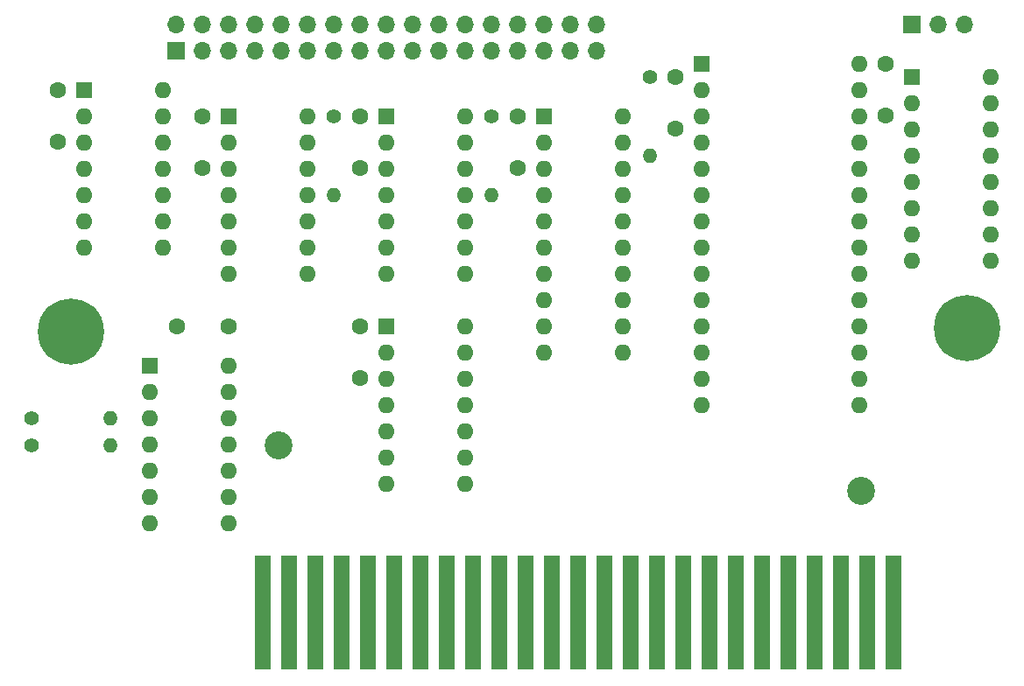
<source format=gbr>
%TF.GenerationSoftware,KiCad,Pcbnew,7.0.9*%
%TF.CreationDate,2024-02-03T08:46:51-03:00*%
%TF.ProjectId,HB3600-Cart,48423336-3030-42d4-9361-72742e6b6963,V1.0*%
%TF.SameCoordinates,Original*%
%TF.FileFunction,Soldermask,Bot*%
%TF.FilePolarity,Negative*%
%FSLAX46Y46*%
G04 Gerber Fmt 4.6, Leading zero omitted, Abs format (unit mm)*
G04 Created by KiCad (PCBNEW 7.0.9) date 2024-02-03 08:46:51*
%MOMM*%
%LPD*%
G01*
G04 APERTURE LIST*
%ADD10C,1.600000*%
%ADD11C,1.400000*%
%ADD12O,1.400000X1.400000*%
%ADD13R,1.600000X1.600000*%
%ADD14O,1.600000X1.600000*%
%ADD15R,1.500000X11.000000*%
%ADD16C,2.700000*%
%ADD17R,1.700000X1.700000*%
%ADD18O,1.700000X1.700000*%
%ADD19C,6.400000*%
G04 APERTURE END LIST*
D10*
%TO.C,C5*%
X192459800Y-95880400D03*
X192459800Y-100880400D03*
%TD*%
D11*
%TO.C,R4*%
X130223450Y-128894050D03*
D12*
X137843450Y-128894050D03*
%TD*%
D13*
%TO.C,U7*%
X141659800Y-123820400D03*
D14*
X141659800Y-126360400D03*
X141659800Y-128900400D03*
X141659800Y-131440400D03*
X141659800Y-133980400D03*
X141659800Y-136520400D03*
X141659800Y-139060400D03*
X149279800Y-139060400D03*
X149279800Y-136520400D03*
X149279800Y-133980400D03*
X149279800Y-131440400D03*
X149279800Y-128900400D03*
X149279800Y-126360400D03*
X149279800Y-123820400D03*
%TD*%
D13*
%TO.C,U5*%
X194999800Y-94610400D03*
D14*
X194999800Y-97150400D03*
X194999800Y-99690400D03*
X194999800Y-102230400D03*
X194999800Y-104770400D03*
X194999800Y-107310400D03*
X194999800Y-109850400D03*
X194999800Y-112390400D03*
X194999800Y-114930400D03*
X194999800Y-117470400D03*
X194999800Y-120010400D03*
X194999800Y-122550400D03*
X194999800Y-125090400D03*
X194999800Y-127630400D03*
X210239800Y-127630400D03*
X210239800Y-125090400D03*
X210239800Y-122550400D03*
X210239800Y-120010400D03*
X210239800Y-117470400D03*
X210239800Y-114930400D03*
X210239800Y-112390400D03*
X210239800Y-109850400D03*
X210239800Y-107310400D03*
X210239800Y-104770400D03*
X210239800Y-102230400D03*
X210239800Y-99690400D03*
X210239800Y-97150400D03*
X210239800Y-94610400D03*
%TD*%
D11*
%TO.C,R1*%
X159439800Y-99690400D03*
D12*
X159439800Y-107310400D03*
%TD*%
D13*
%TO.C,U3*%
X164519800Y-99665000D03*
D14*
X164519800Y-102205000D03*
X164519800Y-104745000D03*
X164519800Y-107285000D03*
X164519800Y-109825000D03*
X164519800Y-112365000D03*
X164519800Y-114905000D03*
X172139800Y-114905000D03*
X172139800Y-112365000D03*
X172139800Y-109825000D03*
X172139800Y-107285000D03*
X172139800Y-104745000D03*
X172139800Y-102205000D03*
X172139800Y-99665000D03*
%TD*%
D15*
%TO.C,P1*%
X213535800Y-147695000D03*
X210995800Y-147695000D03*
X208455800Y-147695000D03*
X205915800Y-147695000D03*
X203375800Y-147695000D03*
X200835800Y-147695000D03*
X198295800Y-147695000D03*
X195755800Y-147695000D03*
X193215800Y-147695000D03*
X190675800Y-147695000D03*
X188135800Y-147695000D03*
X185595800Y-147695000D03*
X183055800Y-147695000D03*
X180515800Y-147695000D03*
X177975800Y-147695000D03*
X175435800Y-147695000D03*
X172895800Y-147695000D03*
X170355800Y-147695000D03*
X167815800Y-147695000D03*
X165275800Y-147695000D03*
X162735800Y-147695000D03*
X160195800Y-147695000D03*
X157655800Y-147695000D03*
X155115800Y-147695000D03*
X152575800Y-147695000D03*
%TD*%
D10*
%TO.C,C2*%
X146739800Y-99690400D03*
X146739800Y-104690400D03*
%TD*%
%TO.C,C7*%
X149239800Y-120010400D03*
X144239800Y-120010400D03*
%TD*%
D11*
%TO.C,R3*%
X189970600Y-95880400D03*
D12*
X189970600Y-103500400D03*
%TD*%
D16*
%TO.C,HOLE3*%
X210385850Y-135929850D03*
%TD*%
D11*
%TO.C,R5*%
X130229800Y-131465800D03*
D12*
X137849800Y-131465800D03*
%TD*%
D13*
%TO.C,U1*%
X135309800Y-97150400D03*
D14*
X135309800Y-99690400D03*
X135309800Y-102230400D03*
X135309800Y-104770400D03*
X135309800Y-107310400D03*
X135309800Y-109850400D03*
X135309800Y-112390400D03*
X142929800Y-112390400D03*
X142929800Y-109850400D03*
X142929800Y-107310400D03*
X142929800Y-104770400D03*
X142929800Y-102230400D03*
X142929800Y-99690400D03*
X142929800Y-97150400D03*
%TD*%
D10*
%TO.C,C1*%
X132769800Y-97139600D03*
X132769800Y-102139600D03*
%TD*%
D13*
%TO.C,U4*%
X179759800Y-99690400D03*
D14*
X179759800Y-102230400D03*
X179759800Y-104770400D03*
X179759800Y-107310400D03*
X179759800Y-109850400D03*
X179759800Y-112390400D03*
X179759800Y-114930400D03*
X179759800Y-117470400D03*
X179759800Y-120010400D03*
X179759800Y-122550400D03*
X187379800Y-122550400D03*
X187379800Y-120010400D03*
X187379800Y-117470400D03*
X187379800Y-114930400D03*
X187379800Y-112390400D03*
X187379800Y-109850400D03*
X187379800Y-107310400D03*
X187379800Y-104770400D03*
X187379800Y-102230400D03*
X187379800Y-99690400D03*
%TD*%
D11*
%TO.C,R2*%
X174679800Y-99690400D03*
D12*
X174679800Y-107310400D03*
%TD*%
D17*
%TO.C,J1*%
X144199800Y-93340400D03*
D18*
X144199800Y-90800400D03*
X146739800Y-93340400D03*
X146739800Y-90800400D03*
X149279800Y-93340400D03*
X149279800Y-90800400D03*
X151819800Y-93340400D03*
X151819800Y-90800400D03*
X154359800Y-93340400D03*
X154359800Y-90800400D03*
X156899800Y-93340400D03*
X156899800Y-90800400D03*
X159439800Y-93340400D03*
X159439800Y-90800400D03*
X161979800Y-93340400D03*
X161979800Y-90800400D03*
X164519800Y-93340400D03*
X164519800Y-90800400D03*
X167059800Y-93340400D03*
X167059800Y-90800400D03*
X169599800Y-93340400D03*
X169599800Y-90800400D03*
X172139800Y-93340400D03*
X172139800Y-90800400D03*
X174679800Y-93340400D03*
X174679800Y-90800400D03*
X177219800Y-93340400D03*
X177219800Y-90800400D03*
X179759800Y-93340400D03*
X179759800Y-90800400D03*
X182299800Y-93340400D03*
X182299800Y-90800400D03*
X184839800Y-93340400D03*
X184839800Y-90800400D03*
%TD*%
D13*
%TO.C,U2*%
X149279800Y-99690400D03*
D14*
X149279800Y-102230400D03*
X149279800Y-104770400D03*
X149279800Y-107310400D03*
X149279800Y-109850400D03*
X149279800Y-112390400D03*
X149279800Y-114930400D03*
X156899800Y-114930400D03*
X156899800Y-112390400D03*
X156899800Y-109850400D03*
X156899800Y-107310400D03*
X156899800Y-104770400D03*
X156899800Y-102230400D03*
X156899800Y-99690400D03*
%TD*%
D16*
%TO.C,HOLE2*%
X154105800Y-131516600D03*
%TD*%
D13*
%TO.C,U6*%
X215319800Y-95880400D03*
D14*
X215319800Y-98420400D03*
X215319800Y-100960400D03*
X215319800Y-103500400D03*
X215319800Y-106040400D03*
X215319800Y-108580400D03*
X215319800Y-111120400D03*
X215319800Y-113660400D03*
X222939800Y-113660400D03*
X222939800Y-111120400D03*
X222939800Y-108580400D03*
X222939800Y-106040400D03*
X222939800Y-103500400D03*
X222939800Y-100960400D03*
X222939800Y-98420400D03*
X222939800Y-95880400D03*
%TD*%
D10*
%TO.C,C6*%
X212779800Y-94610400D03*
X212779800Y-99610400D03*
%TD*%
%TO.C,C4*%
X177215800Y-99690400D03*
X177215800Y-104690400D03*
%TD*%
D13*
%TO.C,U8*%
X164513450Y-119978650D03*
D14*
X164513450Y-122518650D03*
X164513450Y-125058650D03*
X164513450Y-127598650D03*
X164513450Y-130138650D03*
X164513450Y-132678650D03*
X164513450Y-135218650D03*
X172133450Y-135218650D03*
X172133450Y-132678650D03*
X172133450Y-130138650D03*
X172133450Y-127598650D03*
X172133450Y-125058650D03*
X172133450Y-122518650D03*
X172133450Y-119978650D03*
%TD*%
D17*
%TO.C,J2*%
X215313450Y-90794050D03*
D18*
X217853450Y-90794050D03*
X220393450Y-90794050D03*
%TD*%
D10*
%TO.C,C3*%
X161979800Y-99665000D03*
X161979800Y-104665000D03*
%TD*%
D19*
%TO.C,HOLE1*%
X134015800Y-120495000D03*
%TD*%
D10*
%TO.C,C8*%
X161973450Y-120004050D03*
X161973450Y-125004050D03*
%TD*%
D19*
%TO.C,HOLE4*%
X220615800Y-120115000D03*
%TD*%
M02*

</source>
